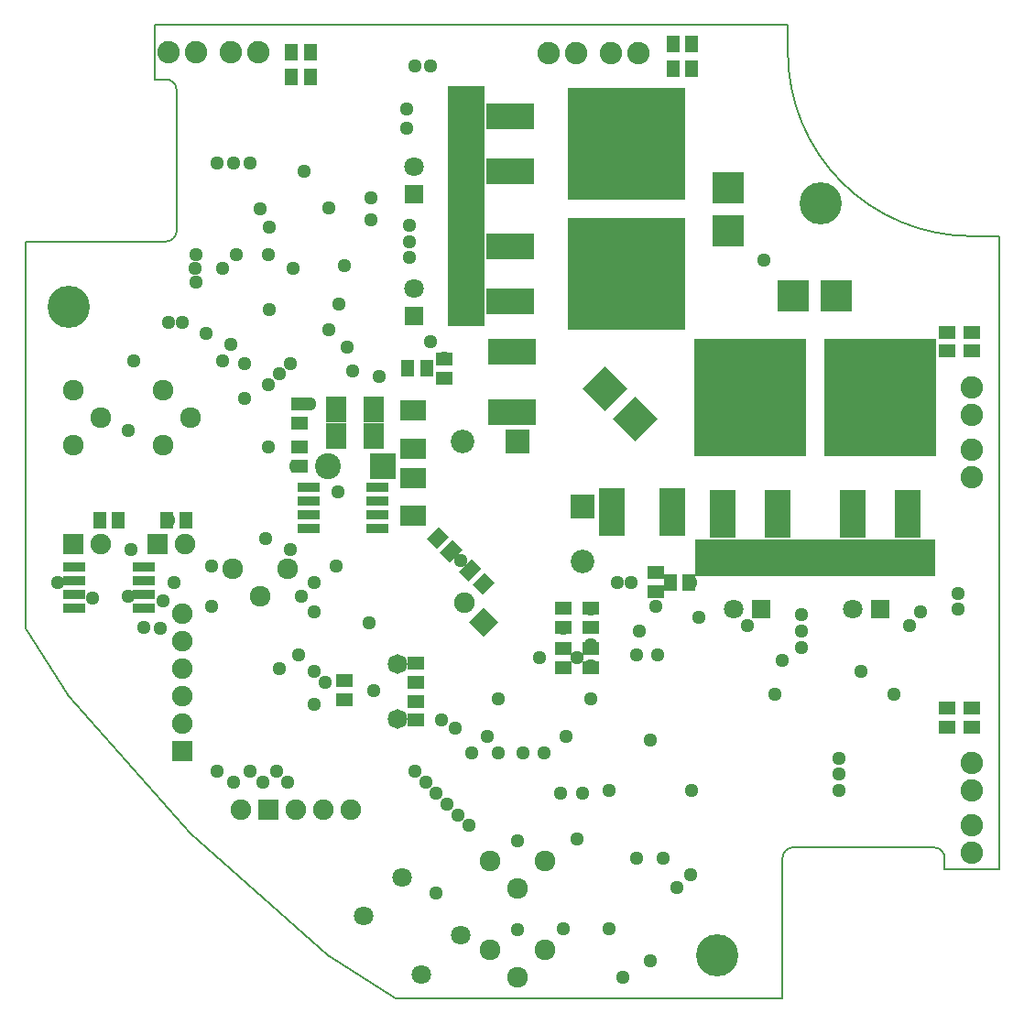
<source format=gbs>
G04 (created by PCBNEW (2013-06-18 BZR 4216)-testing) date 2014/10/24 19:56:51*
%MOIN*%
G04 Gerber Fmt 3.4, Leading zero omitted, Abs format*
%FSLAX34Y34*%
G01*
G70*
G90*
G04 APERTURE LIST*
%ADD10C,0.005906*%
%ADD11C,0.074803*%
%ADD12C,0.081748*%
%ADD13C,0.070748*%
%ADD14R,0.070748X0.070748*%
%ADD15R,0.095748X0.075748*%
%ADD16R,0.075748X0.095748*%
%ADD17C,0.094488*%
%ADD18R,0.094488X0.094488*%
%ADD19C,0.085748*%
%ADD20R,0.085748X0.085748*%
%ADD21R,0.074803X0.074803*%
%ADD22R,0.095748X0.175748*%
%ADD23R,0.175748X0.095748*%
%ADD24C,0.071748*%
%ADD25R,0.097638X0.173228*%
%ADD26R,0.409449X0.429134*%
%ADD27R,0.173228X0.097638*%
%ADD28R,0.429134X0.409449*%
%ADD29R,0.114148X0.114148*%
%ADD30R,0.872047X0.133858*%
%ADD31R,0.133858X0.872047*%
%ADD32C,0.075748*%
%ADD33R,0.062992X0.051181*%
%ADD34R,0.051181X0.062992*%
%ADD35R,0.084370X0.035748*%
%ADD36C,0.050748*%
%ADD37C,0.153543*%
G04 APERTURE END LIST*
G54D10*
X22047Y-44094D02*
X20472Y-41633D01*
X25196Y-27559D02*
X20472Y-27559D01*
X20472Y-27559D02*
X20472Y-41633D01*
X31496Y-53543D02*
X33956Y-55118D01*
X48031Y-55118D02*
X48031Y-50393D01*
X48031Y-55118D02*
X33956Y-55118D01*
X25196Y-21653D02*
X25590Y-21653D01*
X25196Y-21653D02*
X25196Y-19685D01*
X53937Y-50393D02*
X55905Y-50393D01*
X53543Y-49606D02*
X48425Y-49606D01*
X53937Y-50000D02*
G75*
G03X53543Y-49606I-393J0D01*
G74*
G01*
X53937Y-50393D02*
X53937Y-50000D01*
X48425Y-49606D02*
G75*
G03X48031Y-50000I0J-393D01*
G74*
G01*
X48031Y-50393D02*
X48031Y-50000D01*
X25984Y-27165D02*
X25984Y-22047D01*
X25590Y-27559D02*
G75*
G03X25984Y-27165I0J393D01*
G74*
G01*
X25984Y-22047D02*
G75*
G03X25590Y-21653I-393J0D01*
G74*
G01*
X25196Y-27559D02*
X25590Y-27559D01*
X48228Y-19685D02*
X25196Y-19685D01*
X55905Y-27362D02*
X55905Y-50393D01*
X48228Y-20669D02*
X48228Y-19685D01*
X54921Y-27362D02*
X55905Y-27362D01*
X48228Y-20669D02*
G75*
G03X54921Y-27362I6692J0D01*
G74*
G01*
X26476Y-49114D02*
X22047Y-44094D01*
X31496Y-53543D02*
X26476Y-49114D01*
G36*
X37693Y-41396D02*
X37164Y-41925D01*
X36635Y-41396D01*
X37164Y-40867D01*
X37693Y-41396D01*
X37693Y-41396D01*
G37*
G54D11*
X36457Y-40689D03*
G54D12*
X54921Y-36129D03*
X54921Y-35129D03*
G54D13*
X46271Y-40944D03*
G54D14*
X47271Y-40944D03*
G54D13*
X50602Y-40944D03*
G54D14*
X51602Y-40944D03*
G54D13*
X34625Y-24834D03*
G54D14*
X34625Y-25834D03*
G54D13*
X34625Y-29283D03*
G54D14*
X34625Y-30283D03*
G54D15*
X34596Y-36170D03*
X34596Y-37549D03*
G54D16*
X33169Y-33661D03*
X31790Y-33661D03*
G54D17*
X31480Y-35728D03*
G54D18*
X33480Y-35728D03*
G54D19*
X36401Y-34842D03*
G54D20*
X38401Y-34842D03*
G54D19*
X40748Y-39188D03*
G54D20*
X40748Y-37188D03*
G54D15*
X34596Y-35088D03*
X34596Y-33710D03*
G54D16*
X33169Y-34645D03*
X31790Y-34645D03*
G54D12*
X54921Y-33866D03*
X54921Y-32866D03*
X41773Y-20718D03*
X42773Y-20718D03*
X54921Y-47547D03*
X54921Y-46547D03*
X27944Y-20669D03*
X28944Y-20669D03*
G54D11*
X26181Y-41102D03*
X26181Y-42102D03*
X26181Y-43102D03*
X26181Y-44102D03*
X26181Y-45102D03*
G54D21*
X26181Y-46102D03*
G54D11*
X28314Y-48228D03*
G54D21*
X29314Y-48228D03*
G54D11*
X30314Y-48228D03*
X31314Y-48228D03*
X32314Y-48228D03*
G54D21*
X22236Y-38582D03*
G54D11*
X23236Y-38582D03*
G54D21*
X25287Y-38582D03*
G54D11*
X26287Y-38582D03*
G54D12*
X39509Y-20718D03*
X40509Y-20718D03*
X54921Y-49811D03*
X54921Y-48811D03*
X25681Y-20669D03*
X26681Y-20669D03*
G54D22*
X44013Y-37401D03*
X41813Y-37401D03*
G54D23*
X38188Y-31577D03*
X38188Y-33777D03*
G54D13*
X32779Y-52107D03*
X34193Y-50692D03*
X34900Y-54228D03*
X36315Y-52814D03*
G54D24*
X34005Y-42946D03*
X34005Y-44946D03*
G54D25*
X52574Y-37480D03*
G54D26*
X51574Y-33248D03*
G54D25*
X50574Y-37480D03*
X47850Y-37480D03*
G54D26*
X46850Y-33248D03*
G54D25*
X45850Y-37480D03*
G54D27*
X38110Y-25015D03*
G54D28*
X42342Y-24015D03*
G54D27*
X38110Y-23015D03*
X38110Y-29740D03*
G54D28*
X42342Y-28740D03*
G54D27*
X38110Y-27740D03*
G54D10*
G36*
X41866Y-34012D02*
X42673Y-33205D01*
X43481Y-34012D01*
X42673Y-34819D01*
X41866Y-34012D01*
X41866Y-34012D01*
G37*
G36*
X40770Y-32916D02*
X41577Y-32109D01*
X42385Y-32916D01*
X41577Y-33723D01*
X40770Y-32916D01*
X40770Y-32916D01*
G37*
G54D29*
X46062Y-25602D03*
X46062Y-27152D03*
X48437Y-29527D03*
X49987Y-29527D03*
G54D30*
X49212Y-39074D03*
G54D31*
X36515Y-26279D03*
G54D32*
X30035Y-39460D03*
X29035Y-40460D03*
X28035Y-39460D03*
X37385Y-50090D03*
X38385Y-51090D03*
X39385Y-50090D03*
X25484Y-34956D03*
X26484Y-33956D03*
X25484Y-32956D03*
X37385Y-53338D03*
X38385Y-54338D03*
X39385Y-53338D03*
X22236Y-34956D03*
X23236Y-33956D03*
X22236Y-32956D03*
G54D33*
X40059Y-41586D03*
X40059Y-40893D03*
X43405Y-39614D03*
X43405Y-40307D03*
G54D34*
X43944Y-39960D03*
X44637Y-39960D03*
G54D33*
X35728Y-32531D03*
X35728Y-31838D03*
G54D34*
X35090Y-32185D03*
X34397Y-32185D03*
G54D33*
X41043Y-41586D03*
X41043Y-40893D03*
X54921Y-31547D03*
X54921Y-30854D03*
G54D34*
X30165Y-21555D03*
X30858Y-21555D03*
X30165Y-20669D03*
X30858Y-20669D03*
G54D33*
X54035Y-45228D03*
X54035Y-44535D03*
X54921Y-45228D03*
X54921Y-44535D03*
G54D34*
X44043Y-21259D03*
X44736Y-21259D03*
X44043Y-20374D03*
X44736Y-20374D03*
X25637Y-37696D03*
X26330Y-37696D03*
X23177Y-37696D03*
X23870Y-37696D03*
G54D33*
X54035Y-31547D03*
X54035Y-30854D03*
X40059Y-43062D03*
X40059Y-42370D03*
X41043Y-43062D03*
X41043Y-42370D03*
G54D10*
G36*
X37558Y-39967D02*
X37112Y-40412D01*
X36750Y-40050D01*
X37196Y-39605D01*
X37558Y-39967D01*
X37558Y-39967D01*
G37*
G36*
X37068Y-39477D02*
X36622Y-39922D01*
X36260Y-39560D01*
X36706Y-39115D01*
X37068Y-39477D01*
X37068Y-39477D01*
G37*
G36*
X35079Y-38379D02*
X35525Y-37934D01*
X35887Y-38295D01*
X35441Y-38741D01*
X35079Y-38379D01*
X35079Y-38379D01*
G37*
G36*
X35569Y-38869D02*
X36015Y-38423D01*
X36376Y-38785D01*
X35931Y-39231D01*
X35569Y-38869D01*
X35569Y-38869D01*
G37*
G54D33*
X30462Y-35730D03*
X30462Y-35037D03*
X30462Y-34155D03*
X30462Y-33462D03*
X32086Y-43551D03*
X32086Y-44244D03*
X34694Y-43604D03*
X34694Y-42911D03*
X34694Y-44289D03*
X34694Y-44982D03*
G54D35*
X33297Y-38003D03*
X33297Y-37503D03*
X33297Y-37003D03*
X33297Y-36503D03*
X30777Y-36503D03*
X30777Y-37003D03*
X30777Y-37503D03*
X30777Y-38003D03*
X22263Y-39407D03*
X22263Y-39907D03*
X22263Y-40407D03*
X22263Y-40907D03*
X24783Y-40907D03*
X24783Y-40407D03*
X24783Y-39907D03*
X24783Y-39407D03*
G54D36*
X25885Y-39960D03*
G54D37*
X49409Y-26181D03*
X22047Y-29921D03*
X45669Y-53543D03*
G54D36*
X24311Y-38779D03*
X35433Y-51279D03*
X43208Y-53740D03*
X27657Y-28543D03*
X26651Y-28543D03*
X31397Y-43602D03*
X39173Y-42716D03*
X36318Y-39173D03*
X29724Y-43110D03*
X32972Y-41437D03*
X42814Y-41732D03*
X47757Y-44045D03*
X52088Y-44045D03*
X35236Y-31200D03*
X31525Y-26340D03*
X31525Y-30769D03*
X37696Y-46161D03*
X41043Y-44192D03*
X37696Y-44192D03*
X34645Y-46850D03*
X29625Y-46850D03*
X41043Y-43016D03*
X40157Y-45570D03*
X40551Y-42716D03*
X35039Y-47244D03*
X30019Y-47244D03*
X38385Y-52606D03*
X38385Y-49358D03*
X54429Y-40354D03*
X54429Y-40944D03*
X50885Y-43208D03*
X53051Y-41043D03*
X52657Y-41535D03*
X44980Y-41240D03*
X48720Y-41141D03*
X48720Y-41732D03*
X48720Y-42322D03*
X43503Y-42618D03*
X42716Y-42618D03*
X33070Y-25984D03*
X33070Y-26771D03*
X34448Y-28149D03*
X34448Y-27559D03*
X34448Y-26968D03*
X29035Y-26377D03*
X30610Y-25000D03*
X34350Y-23425D03*
X34350Y-22736D03*
X34645Y-21161D03*
X35236Y-21161D03*
X29724Y-32381D03*
X25688Y-30511D03*
X26181Y-30511D03*
X27066Y-30905D03*
X27952Y-31299D03*
X39960Y-47637D03*
X40748Y-47637D03*
X50098Y-46358D03*
X50098Y-46948D03*
X50098Y-47539D03*
X25393Y-41633D03*
X24783Y-41614D03*
X30118Y-31988D03*
X29330Y-32775D03*
X28641Y-24704D03*
X28051Y-24704D03*
X27460Y-24704D03*
X47342Y-28248D03*
X30216Y-28543D03*
X43208Y-45716D03*
X30807Y-33464D03*
X25688Y-37696D03*
X34596Y-37549D03*
X31840Y-36663D03*
X41043Y-40944D03*
X33169Y-43897D03*
X30314Y-35728D03*
X32381Y-32283D03*
X32086Y-28444D03*
X29330Y-35039D03*
X31003Y-44389D03*
X31003Y-43208D03*
X36122Y-45275D03*
X30511Y-40452D03*
X31003Y-39960D03*
X36712Y-46161D03*
X37303Y-45570D03*
X31791Y-39370D03*
X32185Y-31397D03*
X31889Y-29822D03*
X40551Y-49311D03*
X44685Y-50590D03*
X36220Y-48425D03*
X28051Y-47244D03*
X40059Y-52559D03*
X41732Y-52559D03*
X36614Y-48818D03*
X27460Y-46850D03*
X29232Y-38385D03*
X35826Y-48031D03*
X28641Y-46850D03*
X39370Y-46161D03*
X30118Y-38779D03*
X38582Y-46161D03*
X24409Y-31889D03*
X27657Y-31889D03*
X29133Y-47244D03*
X35433Y-47637D03*
X44192Y-51082D03*
X34397Y-32185D03*
X44708Y-47520D03*
X43700Y-50000D03*
X40059Y-41633D03*
X41043Y-42224D03*
X26673Y-29035D03*
X29351Y-30043D03*
X28444Y-31988D03*
X54035Y-45228D03*
X26673Y-28051D03*
X29351Y-27043D03*
X28444Y-33267D03*
X24212Y-34448D03*
X30165Y-21555D03*
X28149Y-28051D03*
X29330Y-28051D03*
X41708Y-47520D03*
X42716Y-50000D03*
X42224Y-54330D03*
X33366Y-32480D03*
X44685Y-39960D03*
X42519Y-39960D03*
X43405Y-40846D03*
X48031Y-42814D03*
X46751Y-41535D03*
X42027Y-39960D03*
X35728Y-31791D03*
X24212Y-40452D03*
X31003Y-41043D03*
X35629Y-44980D03*
X27263Y-39370D03*
X27263Y-40846D03*
X30413Y-42618D03*
X21653Y-39960D03*
X25492Y-40649D03*
X22933Y-40551D03*
M02*

</source>
